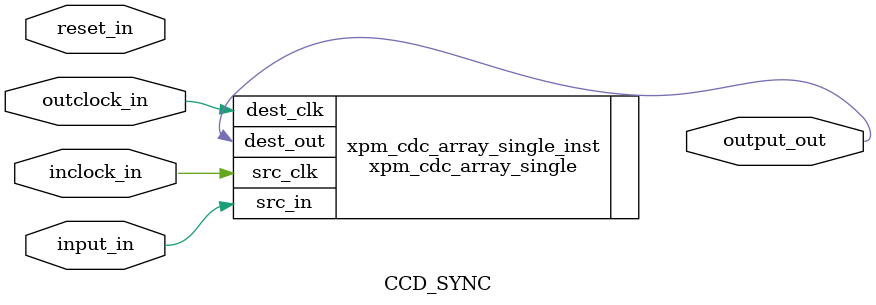
<source format=v>

module CCD_SYNC #(parameter WIDTH=1)
   (
      input reset_in,
      input inclock_in,
      input outclock_in,
      input [WIDTH-1:0] input_in,
      output [WIDTH-1:0] output_out
   );

xpm_cdc_array_single #(
      .DEST_SYNC_FF(3),   // DECIMAL; range: 2-10
      .INIT_SYNC_FF(0),   // DECIMAL; 0=disable simulation init values, 1=enable simulation init values
      .SIM_ASSERT_CHK(0), // DECIMAL; 0=disable simulation messages, 1=enable simulation messages
      .SRC_INPUT_REG(0),  // DECIMAL; 0=do not register input, 1=register input
      .WIDTH(WIDTH)       // DECIMAL; range: 1-1024
   )
xpm_cdc_array_single_inst
   (
      .dest_out(output_out), // WIDTH-bit output: src_in synchronized to the destination clock domain. This
                           // output is registered.
      .dest_clk(outclock_in), // 1-bit input: Clock signal for the destination clock domain.
      .src_clk(inclock_in),   // 1-bit input: optional; required when SRC_INPUT_REG = 1
      .src_in(input_in)      // WIDTH-bit input: Input single-bit array to be synchronized to destination clock
                              // domain. It is assumed that each bit of the array is unrelated to the others.
                              // This is reflected in the constraints applied to this macro. To transfer a binary
                              // value losslessly across the two clock domains, use the XPM_CDC_GRAY macro
                              // instead.
   );

endmodule
</source>
